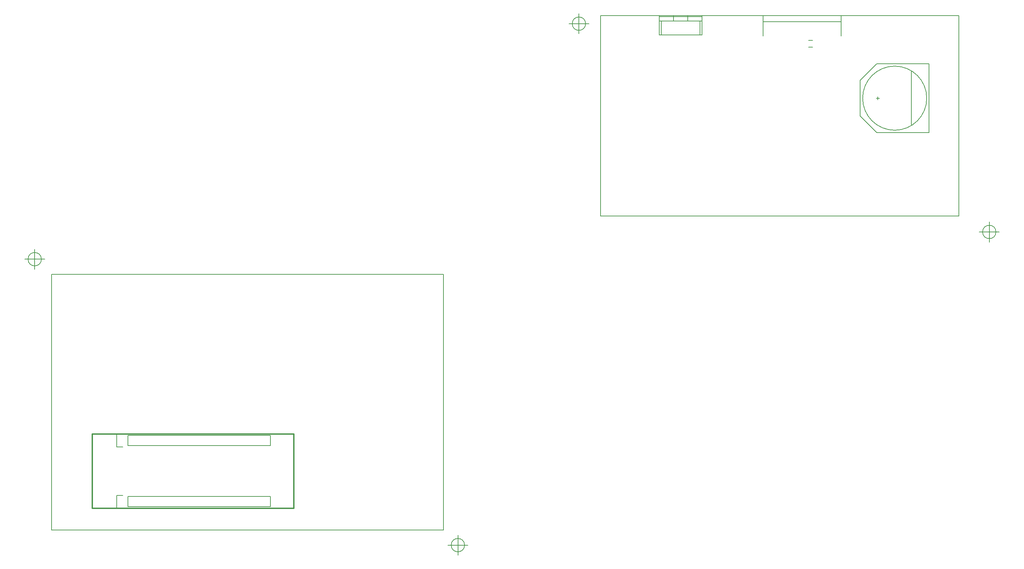
<source format=gbr>
%TF.GenerationSoftware,KiCad,Pcbnew,(5.1.9)-1*%
%TF.CreationDate,2021-04-11T15:54:41+02:00*%
%TF.ProjectId,bab_top,6261625f-746f-4702-9e6b-696361645f70,rev?*%
%TF.SameCoordinates,Original*%
%TF.FileFunction,Legend,Bot*%
%TF.FilePolarity,Positive*%
%FSLAX46Y46*%
G04 Gerber Fmt 4.6, Leading zero omitted, Abs format (unit mm)*
G04 Created by KiCad (PCBNEW (5.1.9)-1) date 2021-04-11 15:54:41*
%MOMM*%
%LPD*%
G01*
G04 APERTURE LIST*
%TA.AperFunction,Profile*%
%ADD10C,0.150000*%
%TD*%
%ADD11C,0.150000*%
%ADD12C,0.300000*%
G04 APERTURE END LIST*
D10*
X140866666Y-146200000D02*
G75*
G03*
X140866666Y-146200000I-1666666J0D01*
G01*
X136700000Y-146200000D02*
X141700000Y-146200000D01*
X139200000Y-143700000D02*
X139200000Y-148700000D01*
X35266666Y-74800000D02*
G75*
G03*
X35266666Y-74800000I-1666666J0D01*
G01*
X31100000Y-74800000D02*
X36100000Y-74800000D01*
X33600000Y-72300000D02*
X33600000Y-77300000D01*
X273466666Y-68000000D02*
G75*
G03*
X273466666Y-68000000I-1666666J0D01*
G01*
X269300000Y-68000000D02*
X274300000Y-68000000D01*
X271800000Y-65500000D02*
X271800000Y-70500000D01*
X171066666Y-16000000D02*
G75*
G03*
X171066666Y-16000000I-1666666J0D01*
G01*
X166900000Y-16000000D02*
X171900000Y-16000000D01*
X169400000Y-13500000D02*
X169400000Y-18500000D01*
X40200000Y-78600000D02*
X37800000Y-78600000D01*
X40200000Y-142400000D02*
X37800000Y-142400000D01*
X40200000Y-78600000D02*
X44400000Y-78600000D01*
X37800000Y-142400000D02*
X37800000Y-78600000D01*
X135600000Y-142400000D02*
X39800000Y-142400000D01*
X135600000Y-78600000D02*
X135600000Y-142400000D01*
X44000000Y-78600000D02*
X135600000Y-78600000D01*
X179800000Y-64000000D02*
X174800000Y-64000000D01*
X174800000Y-14000000D02*
X174800000Y-64000000D01*
X179800000Y-14000000D02*
X174800000Y-14000000D01*
X264200000Y-64000000D02*
X259200000Y-64000000D01*
X264200000Y-14000000D02*
X264200000Y-64000000D01*
X264200000Y-14000000D02*
X259200000Y-14000000D01*
X254200000Y-64000000D02*
X259200000Y-64000000D01*
X179800000Y-64000000D02*
X254200000Y-64000000D01*
X254200000Y-14000000D02*
X259200000Y-14000000D01*
X247200000Y-14000000D02*
X192000000Y-14000000D01*
X247200000Y-14000000D02*
X254200000Y-14000000D01*
X192000000Y-14000000D02*
X179800000Y-14000000D01*
D11*
%TO.C,U401*%
X189466000Y-13952000D02*
X200134000Y-13952000D01*
X189466000Y-13952000D02*
X189466000Y-18778000D01*
X200134000Y-13952000D02*
X200134000Y-18778000D01*
X189466000Y-18778000D02*
X200134000Y-18778000D01*
X200134000Y-15349000D02*
X189466000Y-15349000D01*
X196578000Y-15222000D02*
X196578000Y-13952000D01*
X193022000Y-15222000D02*
X193022000Y-13952000D01*
X189466000Y-14206000D02*
X200134000Y-14206000D01*
X199626000Y-15349000D02*
X199626000Y-18778000D01*
X189974000Y-15349000D02*
X189974000Y-18778000D01*
D12*
%TO.C,P103*%
X98270000Y-136990000D02*
X47980000Y-136990000D01*
X98270000Y-118450000D02*
X47980000Y-118450000D01*
X98270000Y-118450000D02*
X98270000Y-136990000D01*
X47980000Y-118450000D02*
X47980000Y-136990000D01*
D11*
X54050000Y-133790000D02*
X54050000Y-136890000D01*
X55600000Y-133790000D02*
X54050000Y-133790000D01*
X56870000Y-136610000D02*
X56870000Y-134070000D01*
X54050000Y-136890000D02*
X55600000Y-136890000D01*
X92430000Y-136610000D02*
X56870000Y-136610000D01*
X92430000Y-134070000D02*
X92430000Y-136610000D01*
X56870000Y-134070000D02*
X92430000Y-134070000D01*
X54050000Y-118550000D02*
X54050000Y-121650000D01*
X55600000Y-118550000D02*
X54050000Y-118550000D01*
X56870000Y-121370000D02*
X56870000Y-118830000D01*
X54050000Y-121650000D02*
X55600000Y-121650000D01*
X92430000Y-121370000D02*
X56870000Y-121370000D01*
X92430000Y-118830000D02*
X92430000Y-121370000D01*
X56870000Y-118830000D02*
X92430000Y-118830000D01*
%TO.C,C407*%
X256200000Y-34600000D02*
G75*
G03*
X256200000Y-34600000I-8000000J0D01*
G01*
X244009000Y-34219000D02*
X244009000Y-34981000D01*
X243628000Y-34600000D02*
X244390000Y-34600000D01*
X243755000Y-26000000D02*
X256800000Y-26000000D01*
X239600000Y-30155000D02*
X243755000Y-26000000D01*
X239600000Y-39045000D02*
X239600000Y-30155000D01*
X243755000Y-43200000D02*
X239600000Y-39045000D01*
X256800000Y-43200000D02*
X243755000Y-43200000D01*
X256800000Y-26000000D02*
X256800000Y-43200000D01*
X252391000Y-27800000D02*
X252391000Y-41400000D01*
%TO.C,C409*%
X227700000Y-21850000D02*
X226700000Y-21850000D01*
X226700000Y-20150000D02*
X227700000Y-20150000D01*
%TO.C,U403*%
X215330000Y-13948000D02*
X215330000Y-19028000D01*
X234870000Y-13948000D02*
X215330000Y-13948000D01*
X234870000Y-13948000D02*
X234870000Y-19028000D01*
X215330000Y-15472000D02*
X234870000Y-15472000D01*
%TD*%
M02*

</source>
